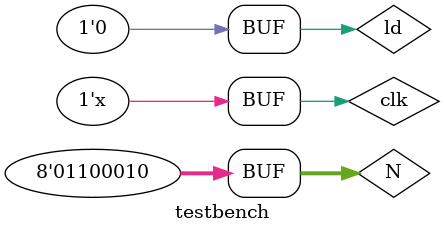
<source format=v>
`timescale 1ns / 1ps

module testbench();
    reg [7:0] N;
    reg clk,ld;
    
    wire [7:0] result;
    wire flag;
    
    //FS uut(a,b,c,diff,brw);
    //Cond_sub uut(a,b,c,brw,brw,diff);
    sqrt uut(N,clk,ld,result,flag);
    //Divd uut(n,d,q);      //module Divd(n,d,q);
    initial begin
        clk=1'b0;
        ld=1'b1;
    end
    
    always #100 clk=~clk;
    initial begin
        
        #150 ld=1'b1; N=8'h90;    //sqrt(9)=3
        #250 ld=1'b0;
        #1000 ld=1'b1; N=8'h58;   //sqrt(5.5) = 2.34
        #250 ld=1'b0;
        #1000 ld=1'b1; N=8'h62;  //sqrt(6.25)=2.5
        #250 ld=1'b0;
    end
    
    /*
    //test bench for divider
    reg [7:0] n,d;
    
    wire [7:0] q;
    Divd uut(n,d,q);
    initial begin
        n=8'b1000_0000;  //8
        d=8'b1111_0000;  //15
        
        #100
        n=8'b0100_0000;  //8
        d=8'b0000_1000;  //0.5
        
        #100
        n=8'b1010_0000;  //10
        d=8'b0101_0000;  //5
        
        #100
        n=8'b1000_1000;  //8.5
        d=8'b0010_0000;  //2
        
        #100
        n=8'b0010_0000;  //2
        d=8'b0011_0000;  //3
        
        #100
        n=8'b0010_0000;  //2
        d=8'b0100_0000;  //4
        end
        */
    
endmodule

</source>
